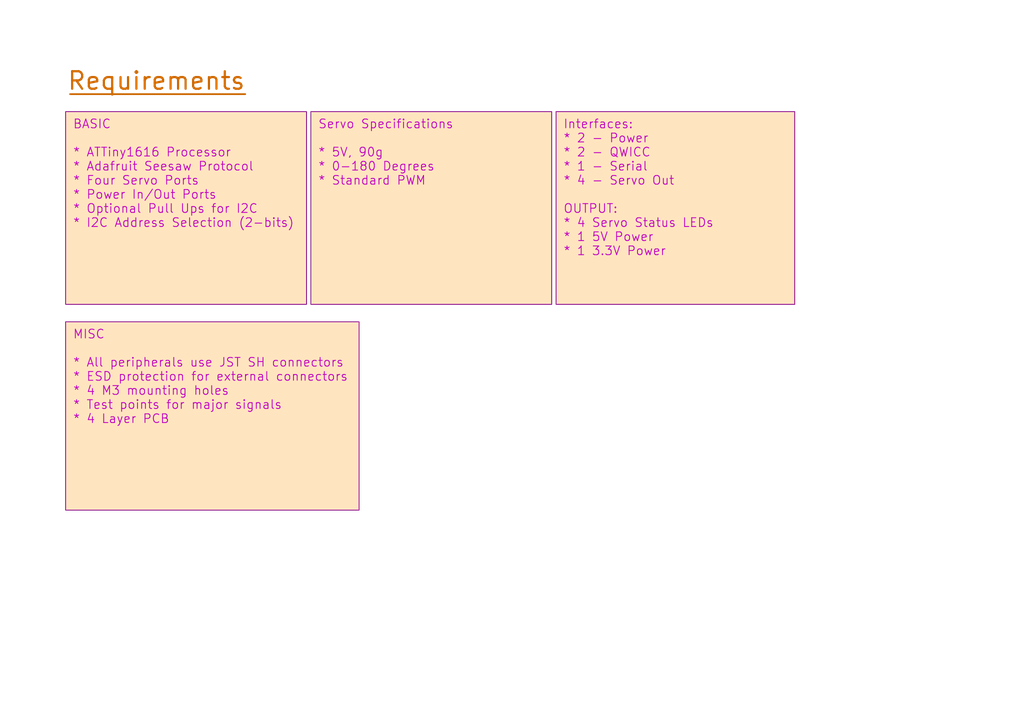
<source format=kicad_sch>
(kicad_sch
	(version 20250114)
	(generator "eeschema")
	(generator_version "9.0")
	(uuid "6f876faf-a2fb-4b55-acaf-9b0ee9368edb")
	(paper "A4")
	(title_block
		(title "Servo Module")
		(date "<<release-date>>")
		(rev "<<tag>>")
		(comment 1 "<<hash>>")
	)
	(lib_symbols)
	(text "Requirements"
		(exclude_from_sim no)
		(at 19.304 20.701 0)
		(effects
			(font
				(size 5.08 5.08)
				(thickness 0.635)
				(bold yes)
				(color 204 102 0 1)
			)
			(justify left top)
		)
		(uuid "8f4a163b-d860-4d22-9f0d-fa7e3881edd2")
	)
	(text_box "BASIC\n\n* ATTiny1616 Processor\n* Adafruit Seesaw Protocol\n* Four Servo Ports\n* Power In/Out Ports\n* Optional Pull Ups for I2C\n* I2C Address Selection (2-bits)"
		(exclude_from_sim yes)
		(at 19.05 32.385 0)
		(size 69.85 55.88)
		(margins 2.032 2.032 2.032 2.032)
		(stroke
			(width 0.254)
			(type solid)
			(color 132 0 132 1)
		)
		(fill
			(type color)
			(color 255 229 191 1)
		)
		(effects
			(font
				(size 2.54 2.54)
				(thickness 0.254)
				(bold yes)
				(color 194 0 194 1)
			)
			(justify left top)
		)
		(uuid "520c8b49-dad7-48c2-8b36-5125baaea506")
	)
	(text_box "Interfaces:\n* 2 - Power\n* 2 - QWICC\n* 1 - Serial\n* 4 - Servo Out\n\nOUTPUT:\n* 4 Servo Status LEDs\n* 1 5V Power\n* 1 3.3V Power"
		(exclude_from_sim yes)
		(at 161.29 32.385 0)
		(size 69.215 55.88)
		(margins 2.032 2.032 2.032 2.032)
		(stroke
			(width 0.254)
			(type solid)
			(color 132 0 132 1)
		)
		(fill
			(type color)
			(color 255 229 191 1)
		)
		(effects
			(font
				(size 2.54 2.54)
				(thickness 0.254)
				(bold yes)
				(color 194 0 194 1)
			)
			(justify left top)
		)
		(uuid "771ed654-4454-4231-89a5-7c9abc2a5d86")
	)
	(text_box "MISC\n\n* All peripherals use JST SH connectors\n* ESD protection for external connectors\n* 4 M3 mounting holes\n* Test points for major signals\n* 4 Layer PCB"
		(exclude_from_sim yes)
		(at 19.05 93.345 0)
		(size 85.09 54.61)
		(margins 2.032 2.032 2.032 2.032)
		(stroke
			(width 0.254)
			(type solid)
			(color 132 0 132 1)
		)
		(fill
			(type color)
			(color 255 229 191 1)
		)
		(effects
			(font
				(size 2.54 2.54)
				(thickness 0.254)
				(bold yes)
				(color 194 0 194 1)
			)
			(justify left top)
		)
		(uuid "8ce25ffd-3aa6-4881-b209-a2025ca66f30")
	)
	(text_box "Servo Specifications\n\n* 5V, 90g\n* 0-180 Degrees\n* Standard PWM\n"
		(exclude_from_sim yes)
		(at 90.17 32.385 0)
		(size 69.85 55.88)
		(margins 2.032 2.032 2.032 2.032)
		(stroke
			(width 0.254)
			(type solid)
			(color 132 0 132 1)
		)
		(fill
			(type color)
			(color 255 229 191 1)
		)
		(effects
			(font
				(size 2.54 2.54)
				(thickness 0.254)
				(bold yes)
				(color 194 0 194 1)
			)
			(justify left top)
		)
		(uuid "d37db649-778c-4f54-b7b6-a69dec12db6f")
	)
	(polyline
		(pts
			(xy 20.32 27.305) (xy 71.12 27.305)
		)
		(stroke
			(width 0.508)
			(type default)
			(color 204 102 0 1)
		)
		(uuid "1e8def93-fbf3-428a-bb0b-5ca3ed945973")
	)
)

</source>
